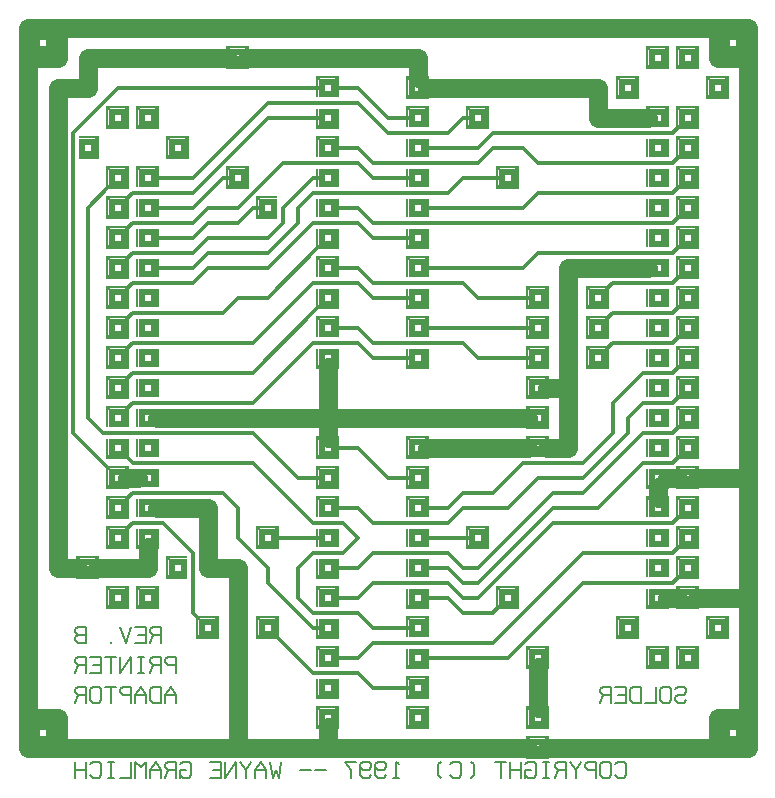
<source format=gbl>
%MOIN*%
%FSLAX23Y23*%
%ADD10C,.012*%
%ADD11C,.062*%
%ADD12C,.050X.024*%
%ADD13R,.062X.062X.024*%
%ADD14C,.016*%
%ADD15R,.008X.062*%
%ADD16R,.062X.008*%
%ADD17C,.008*%
%LPD*%
G90*X0Y0D02*X150Y150D02*D11*X50D01*Y250D01*       
X150D01*Y150D01*X750D01*X1050D01*X1719D01*D13*    
X1750D03*D14*X1781Y181D03*Y119D03*X1719Y181D03*   
Y119D03*D15*X1785Y150D03*X1715D03*D16*            
X1750Y185D03*Y115D03*X1781Y150D02*D11*X2350D01*   
X2450D01*Y250D01*X2350D01*Y150D01*D13*            
X2400Y200D03*X2450Y250D02*D11*Y650D01*X2281D01*   
D13*X2250D03*D14*X2281Y681D03*Y619D03*            
X2219Y681D03*Y619D03*D15*X2285Y650D03*X2215D03*   
D16*X2250Y685D03*Y615D03*X2219Y650D02*D11*        
X2181D01*D13*X2150D03*D14*X2181Y619D03*X2119D03*  
D15*X2185Y650D03*X2115D03*D16*X2150Y615D03*       
X2200Y700D02*D10*X1900D01*X1650Y450D01*X1381D01*  
D13*X1350D03*D14*X1381Y419D03*X1319D03*D15*       
X1385Y450D03*X1315D03*D16*X1350Y415D03*D13*       
Y550D03*D14*X1381Y581D03*X1319D03*D15*            
X1385Y550D03*X1315D03*D16*X1350Y585D03*           
X1319Y550D02*D10*X1200D01*X1150Y600D01*X1000D01*  
X950Y650D01*Y750D01*X1000Y800D01*X1100D01*        
X1150Y850D01*X1100Y900D01*X1000D01*X800Y1100D01*  
X400D01*X381Y1119D01*D13*X350Y1150D03*D14*        
X381Y1119D03*X319D03*D15*X385Y1150D03*X315D03*D16*
X350Y1115D03*X300Y1200D02*D10*X800D01*            
X950Y1050D01*X1019D01*D13*X1050D03*D14*           
X1081Y1081D03*Y1019D03*X1019Y1081D03*Y1019D03*D15*
X1085Y1050D03*X1015D03*D16*X1050Y1085D03*Y1015D03*
X1150Y950D02*D10*X1200Y900D01*X1450D01*           
X1500Y950D01*X1650D01*X1750Y1050D01*X1900D01*     
X2050Y1200D01*Y1250D01*X2100Y1300D01*X2200D01*    
X2219Y1319D01*D13*X2250Y1350D03*D14*X2281Y1381D03*
Y1319D03*X2219Y1381D03*Y1319D03*D15*X2285Y1350D03*
X2215D03*D16*X2250Y1385D03*Y1315D03*X2200Y1400D02*
D10*X2100D01*X2000Y1300D01*Y1200D01*X1900Y1100D01*
X1700D01*X1600Y1000D01*X1500D01*X1450Y950D01*     
X1381D01*D13*X1350D03*D14*X1381Y981D03*X1319D03*  
D15*X1385Y950D03*X1315D03*D16*X1350Y985D03*       
X1250Y1050D02*D10*X1319D01*D13*X1350D03*D14*      
X1381Y1081D03*Y1019D03*X1319Y1081D03*Y1019D03*D15*
X1385Y1050D03*X1315D03*D16*X1350Y1085D03*Y1015D03*
D13*Y1150D03*D14*X1381Y1181D03*Y1119D03*          
X1319Y1181D03*Y1119D03*D15*X1385Y1150D03*X1315D03*
D16*X1350Y1185D03*Y1115D03*X1381Y1150D02*D11*     
X1719D01*D13*X1750D03*D14*X1781Y1181D03*X1719D03* 
D15*X1785Y1150D03*X1715D03*D16*X1750Y1185D03*     
X1781Y1150D02*D11*X1850D01*Y1350D01*X1781D01*D13* 
X1750D03*D14*X1781Y1381D03*Y1319D03*X1719Y1381D03*
Y1319D03*D15*X1785Y1350D03*X1715D03*D16*          
X1750Y1385D03*Y1315D03*X1850Y1350D02*D11*Y1750D01*
X2119D01*D13*X2150D03*D15*X2185D03*X2115D03*      
X2200Y1700D02*D10*X2000D01*X1981Y1681D01*D13*     
X1950Y1650D03*D14*X1981Y1681D03*Y1619D03*         
X1919Y1681D03*Y1619D03*D15*X1985Y1650D03*X1915D03*
D16*X1950Y1685D03*Y1615D03*X2000Y1600D02*D10*     
X1981Y1581D01*D13*X1950Y1550D03*D14*X1981Y1581D03*
Y1519D03*X1919Y1581D03*Y1519D03*D15*X1985Y1550D03*
X1915D03*D16*X1950Y1585D03*Y1515D03*X2000Y1500D02*
D10*X1981Y1481D01*D13*X1950Y1450D03*D14*          
X1981Y1481D03*Y1419D03*X1919Y1481D03*Y1419D03*D15*
X1985Y1450D03*X1915D03*D16*X1950Y1485D03*Y1415D03*
X2000Y1500D02*D10*X2200D01*X2219Y1519D01*D13*     
X2250Y1550D03*D14*X2281Y1581D03*Y1519D03*         
X2219Y1581D03*Y1519D03*D15*X2285Y1550D03*X2215D03*
D16*X2250Y1585D03*Y1515D03*X2200Y1600D02*D10*     
X2000D01*D13*X2150Y1450D03*D15*X2185D03*X2115D03* 
D13*X2150Y1550D03*D15*X2185D03*X2115D03*D13*      
X2150Y1650D03*D15*X2185D03*X2115D03*X2200Y1400D02*
D10*X2219Y1419D01*D13*X2250Y1450D03*D14*          
X2281Y1481D03*Y1419D03*X2219Y1481D03*Y1419D03*D15*
X2285Y1450D03*X2215D03*D16*X2250Y1485D03*Y1415D03*
D13*X2150Y1350D03*D15*X2185D03*X2115D03*          
X2200Y1600D02*D10*X2219Y1619D01*D13*X2250Y1650D03*
D14*X2281Y1681D03*Y1619D03*X2219Y1681D03*Y1619D03*
D15*X2285Y1650D03*X2215D03*D16*X2250Y1685D03*     
Y1615D03*X2200Y1700D02*D10*X2219Y1719D01*D13*     
X2250Y1750D03*D14*X2281Y1781D03*Y1719D03*         
X2219Y1781D03*Y1719D03*D15*X2285Y1750D03*X2215D03*
D16*X2250Y1785D03*Y1715D03*X2200Y1800D02*D10*     
X1750D01*X1700Y1750D01*X1381D01*D13*X1350D03*D14* 
X1381Y1781D03*X1319D03*D15*X1385Y1750D03*X1315D03*
D16*X1350Y1785D03*D13*Y1850D03*D14*X1381Y1819D03* 
X1319D03*D15*X1385Y1850D03*X1315D03*D16*          
X1350Y1815D03*X1319Y1850D02*D10*X1200D01*         
X1150Y1900D01*X1000D01*X850Y1750D01*X650D01*      
X600Y1700D01*X400D01*X381Y1681D01*D13*            
X350Y1650D03*D14*X381Y1681D03*Y1619D03*           
X319Y1681D03*Y1619D03*D15*X385Y1650D03*X315D03*   
D16*X350Y1685D03*Y1615D03*X400Y1600D02*D10*       
X381Y1581D01*D13*X350Y1550D03*D14*X381Y1581D03*   
Y1519D03*X319Y1581D03*Y1519D03*D15*X385Y1550D03*  
X315D03*D16*X350Y1585D03*Y1515D03*X400Y1500D02*   
D10*X381Y1481D01*D13*X350Y1450D03*D14*            
X381Y1481D03*Y1419D03*X319Y1481D03*Y1419D03*D15*  
X385Y1450D03*X315D03*D16*X350Y1485D03*Y1415D03*   
X400Y1400D02*D10*X381Y1381D01*D13*X350Y1350D03*   
D14*X381Y1381D03*Y1319D03*X319Y1381D03*Y1319D03*  
D15*X385Y1350D03*X315D03*D16*X350Y1385D03*        
Y1315D03*X400Y1300D02*D10*X381Y1281D01*D13*       
X350Y1250D03*D14*X381Y1281D03*X319D03*D15*        
X385Y1250D03*X315D03*D16*X350Y1285D03*            
X400Y1300D02*D10*X800D01*X1000Y1500D01*X1150D01*  
X1200Y1450D01*X1319D01*D13*X1350D03*D14*          
X1381Y1419D03*X1319D03*D15*X1385Y1450D03*X1315D03*
D16*X1350Y1415D03*D13*Y1550D03*D14*X1381Y1581D03* 
X1319D03*D15*X1385Y1550D03*X1315D03*D16*          
X1350Y1585D03*X1381Y1550D02*D10*X1719D01*D13*     
X1750D03*D14*X1781Y1581D03*Y1519D03*X1719Y1581D03*
Y1519D03*D15*X1785Y1550D03*X1715D03*D16*          
X1750Y1585D03*Y1515D03*D13*Y1650D03*D14*          
X1781Y1681D03*Y1619D03*X1719Y1681D03*Y1619D03*D15*
X1785Y1650D03*X1715D03*D16*X1750Y1685D03*Y1615D03*
X1719Y1650D02*D10*X1550D01*X1500Y1700D01*X1200D01*
X1150Y1750D01*X1081D01*D13*X1050D03*D14*          
X1081Y1781D03*X1019D03*D15*X1085Y1750D03*X1015D03*
D16*X1050Y1785D03*X1000Y1700D02*D10*X800Y1500D01* 
X400D01*D13*X450Y1450D03*D15*X485D03*X415D03*D13* 
X450Y1550D03*D15*X485D03*X415D03*X400Y1600D02*D10*
X700D01*X750Y1650D01*X850D01*X1019Y1819D01*D13*   
X1050Y1850D03*D14*X1081Y1819D03*X1019D03*D15*     
X1085Y1850D03*X1015D03*D16*X1050Y1815D03*         
X1150Y1950D02*D10*X1200Y1900D01*X2200D01*         
X2219Y1919D01*D13*X2250Y1950D03*D14*X2281Y1981D03*
Y1919D03*X2219Y1981D03*Y1919D03*D15*X2285Y1950D03*
X2215D03*D16*X2250Y1985D03*Y1915D03*X2200Y2000D02*
D10*X1750D01*X1700Y1950D01*X1381D01*D13*X1350D03* 
D15*X1385D03*X1315D03*D13*X1350Y2050D03*D15*      
X1385D03*X1315D03*X1319D02*D10*X1200D01*          
X1150Y2100D01*X900D01*X750Y1950D01*X650D01*       
X600Y1900D01*X400D01*X381Y1881D01*D13*            
X350Y1850D03*D14*X381Y1881D03*Y1819D03*           
X319Y1881D03*Y1819D03*D15*X385Y1850D03*X315D03*   
D16*X350Y1885D03*Y1815D03*X400Y1800D02*D10*       
X381Y1781D01*D13*X350Y1750D03*D14*X381Y1781D03*   
Y1719D03*X319Y1781D03*Y1719D03*D15*X385Y1750D03*  
X315D03*D16*X350Y1785D03*Y1715D03*X400Y1800D02*   
D10*X600D01*X650Y1850D01*X850D01*X900Y1900D01*    
Y1950D01*X1000Y2050D01*X1019D01*D13*X1050D03*D15* 
X1085D03*X1015D03*X1000Y2000D02*D10*X950Y1950D01* 
Y1900D01*X850Y1800D01*X650D01*X600Y1750D01*       
X481D01*D13*X450D03*D15*X485D03*X415D03*D13*      
X450Y1850D03*D15*X485D03*X415D03*X481D02*D10*     
X600D01*X650Y1900D01*X750D01*X800Y1950D01*X819D01*
D13*X850D03*D14*X819Y1981D03*Y1919D03*D15*        
X815Y1950D03*D16*X850Y1985D03*Y1915D03*D13*       
X750Y2050D03*D14*X781Y2081D03*Y2019D03*           
X719Y2081D03*Y2019D03*D15*X785Y2050D03*X715D03*   
D16*X750Y2085D03*Y2015D03*X719Y2050D02*D10*       
X700D01*X600Y1950D01*X481D01*D13*X450D03*D15*     
X485D03*X415D03*X400Y2000D02*D10*X381Y1981D01*D13*
X350Y1950D03*D14*X381Y1981D03*Y1919D03*           
X319Y1981D03*Y1919D03*D15*X385Y1950D03*X315D03*   
D16*X350Y1985D03*Y1915D03*X400Y2000D02*D10*       
X600D01*X850Y2250D01*X1019D01*D13*X1050D03*D14*   
X1081Y2219D03*X1019D03*D15*X1085Y2250D03*X1015D03*
D16*X1050Y2215D03*X1150Y2150D02*D10*X1200Y2100D01*
X1550D01*X1600Y2150D01*X1700D01*X1750Y2100D01*    
X2200D01*X2219Y2119D01*D13*X2250Y2150D03*D14*     
X2281Y2181D03*Y2119D03*X2219Y2181D03*Y2119D03*D15*
X2285Y2150D03*X2215D03*D16*X2250Y2185D03*Y2115D03*
X2200Y2200D02*D10*X1600D01*X1550Y2150D01*X1381D01*
D13*X1350D03*D15*X1385D03*X1315D03*X1250Y2250D02* 
D10*X1319D01*D13*X1350D03*D14*X1381Y2281D03*      
X1319D03*D15*X1385Y2250D03*X1315D03*D16*          
X1350Y2285D03*X1450Y2200D02*D10*X1250D01*         
X1150Y2300D01*X850D01*X600Y2050D01*X481D01*D13*   
X450D03*D14*X481Y2081D03*X419D03*D15*X485Y2050D03*
X415D03*D16*X450Y2085D03*D13*X550Y2150D03*D14*    
X581Y2181D03*Y2119D03*X519Y2181D03*Y2119D03*D15*  
X585Y2150D03*X515D03*D16*X550Y2185D03*Y2115D03*   
D13*X350Y2050D03*D14*X381Y2081D03*Y2019D03*       
X319Y2081D03*Y2019D03*D15*X385Y2050D03*X315D03*   
D16*X350Y2085D03*Y2015D03*X319Y2019D02*D10*       
X250Y1950D01*Y1250D01*X300Y1200D01*X200D02*       
X319Y1081D01*D13*X350Y1050D03*D14*X381Y1081D03*   
Y1019D03*X319Y1081D03*Y1019D03*D15*X385Y1050D03*  
X315D03*D16*X350Y1085D03*Y1015D03*X381Y1050D02*   
D11*X419D01*D13*X450D03*D15*X485D03*X415D03*      
X400Y1000D02*D10*X381Y981D01*D13*X350Y950D03*D14* 
X381Y981D03*Y919D03*X319Y981D03*Y919D03*D15*      
X385Y950D03*X315D03*D16*X350Y985D03*Y915D03*      
X400Y900D02*D10*X381Y881D01*D13*X350Y850D03*D14*  
X381Y881D03*Y819D03*X319Y881D03*Y819D03*D15*      
X385Y850D03*X315D03*D16*X350Y885D03*Y815D03*      
X400Y900D02*D10*X500D01*X600Y800D01*Y600D01*      
X619Y581D01*D13*X650Y550D03*D14*X681Y581D03*      
Y519D03*X619Y581D03*Y519D03*D15*X685Y550D03*      
X615D03*D16*X650Y585D03*Y515D03*X850Y750D02*D10*  
Y700D01*X1000Y550D01*X1019D01*D13*X1050D03*D14*   
X1081Y519D03*X1019D03*D15*X1085Y550D03*X1015D03*  
D16*X1050Y515D03*X1150Y450D02*D10*X1081D01*D13*   
X1050D03*D14*X1081Y481D03*X1019D03*D15*           
X1085Y450D03*X1015D03*D16*X1050Y485D03*           
X1000Y400D02*D10*X1150D01*X1200Y350D01*X1319D01*  
D13*X1350D03*D14*X1381Y381D03*Y319D03*            
X1319Y381D03*Y319D03*D15*X1385Y350D03*X1315D03*   
D16*X1350Y385D03*Y315D03*D13*Y250D03*D14*         
X1381Y281D03*Y219D03*X1319Y281D03*Y219D03*D15*    
X1385Y250D03*X1315D03*D16*X1350Y285D03*Y215D03*   
X1200Y500D02*D10*X1150Y450D01*X1200Y500D02*       
X1600D01*X1900Y800D01*X2200D01*X2219Y819D01*D13*  
X2250Y850D03*D14*X2281Y881D03*Y819D03*            
X2219Y881D03*Y819D03*D15*X2285Y850D03*X2215D03*   
D16*X2250Y885D03*Y815D03*X2200Y900D02*D10*        
X1800D01*X1550Y650D01*X1500D01*X1450Y700D01*      
X1200D01*X1150Y650D01*X1081D01*D13*X1050D03*D14*  
X1081Y681D03*X1019D03*D15*X1085Y650D03*X1015D03*  
D16*X1050Y685D03*X1150Y750D02*D10*X1081D01*D13*   
X1050D03*D14*X1081Y719D03*X1019D03*D15*           
X1085Y750D03*X1015D03*D16*X1050Y715D03*           
X1150Y750D02*D10*X1200Y800D01*X1450D01*           
X1500Y750D01*X1550D01*X1800Y1000D01*X1900D01*     
X2100Y1200D01*X2200D01*X2219Y1219D01*D13*         
X2250Y1250D03*D14*X2281Y1281D03*Y1219D03*         
X2219Y1281D03*Y1219D03*D15*X2285Y1250D03*X2215D03*
D16*X2250Y1285D03*Y1215D03*D13*X2150Y1150D03*D15* 
X2185D03*X2115D03*D13*X2150Y1250D03*D15*X2185D03* 
X2115D03*D13*X2250Y1150D03*D14*X2281Y1181D03*     
Y1119D03*X2219Y1181D03*Y1119D03*D15*X2285Y1150D03*
X2215D03*D16*X2250Y1185D03*Y1115D03*X2219Y1119D02*
D10*X2200Y1100D01*X2100D01*X1950Y950D01*X1800D01* 
X1550Y700D01*X1500D01*X1450Y750D01*X1381D01*D13*  
X1350D03*D15*X1385D03*X1315D03*X1450Y650D02*D10*  
X1500Y600D01*X1600D01*X1619Y619D01*D13*           
X1650Y650D03*D14*X1681Y681D03*Y619D03*            
X1619Y681D03*Y619D03*D15*X1685Y650D03*X1615D03*   
D16*X1650Y685D03*Y615D03*X1450Y650D02*D10*        
X1381D01*D13*X1350D03*D14*X1381Y619D03*X1319D03*  
D15*X1385Y650D03*X1315D03*D16*X1350Y615D03*D13*   
X1550Y850D03*D14*X1581Y881D03*Y819D03*            
X1519Y881D03*Y819D03*D15*X1585Y850D03*X1515D03*   
D16*X1550Y885D03*Y815D03*X1519Y850D02*D10*        
X1381D01*D13*X1350D03*D15*X1385D03*X1315D03*      
X1150Y950D02*D10*X1081D01*D13*X1050D03*D14*       
X1081Y981D03*X1019D03*D15*X1085Y950D03*X1015D03*  
D16*X1050Y985D03*D13*Y850D03*D15*X1085D03*        
X1015D03*X1019D02*D10*X881D01*D13*X850D03*D14*    
X881Y881D03*Y819D03*X819Y881D03*Y819D03*D15*      
X885Y850D03*X815D03*D16*X850Y885D03*Y815D03*      
X750Y950D02*D10*Y850D01*X850Y750D01*X750D02*D11*  
Y150D01*X1000Y400D02*D10*X881Y519D01*D13*         
X850Y550D03*D14*X881Y581D03*Y519D03*X819Y581D03*  
Y519D03*D15*X885Y550D03*X815D03*D16*X850Y585D03*  
Y515D03*D13*X1050Y350D03*D14*X1081Y319D03*        
X1019D03*D15*X1085Y350D03*X1015D03*D16*           
X1050Y315D03*X650Y750D02*D11*X750D01*X650D02*     
Y950D01*X481D01*D13*X450D03*D15*X485D03*X415D03*  
X400Y1000D02*D10*X700D01*X750Y950D01*D13*         
X550Y750D03*D14*X519Y781D03*Y719D03*D15*          
X515Y750D03*D16*X550Y785D03*Y715D03*X1050Y1250D02*
D11*Y1181D01*D13*Y1150D03*D14*X1081Y1181D03*      
Y1119D03*X1019Y1181D03*Y1119D03*D15*X1085Y1150D03*
X1015D03*D16*X1050Y1185D03*Y1115D03*X1081Y1150D02*
D10*X1150D01*X1250Y1050D01*X1050Y1250D02*D11*     
X481D01*D13*X450D03*D15*X485D03*X415D03*D13*      
X450Y1350D03*D15*X485D03*X415D03*D13*X450Y1150D03*
D15*X485D03*X415D03*X400Y1400D02*D10*X800D01*     
X1019Y1619D01*D13*X1050Y1650D03*D14*X1081Y1619D03*
X1019D03*D15*X1085Y1650D03*X1015D03*D16*          
X1050Y1615D03*X1000Y1700D02*D10*X1150D01*         
X1200Y1650D01*X1319D01*D13*X1350D03*D14*          
X1381Y1619D03*X1319D03*D15*X1385Y1650D03*X1315D03*
D16*X1350Y1615D03*X1500Y1500D02*D10*X1550Y1450D01*
X1719D01*D13*X1750D03*D14*X1781Y1481D03*Y1419D03* 
X1719Y1481D03*Y1419D03*D15*X1785Y1450D03*X1715D03*
D16*X1750Y1485D03*Y1415D03*D13*Y1250D03*D14*      
X1781Y1281D03*Y1219D03*X1719Y1281D03*Y1219D03*D15*
X1785Y1250D03*X1715D03*D16*X1750Y1285D03*Y1215D03*
X1719Y1250D02*D11*X1050D01*Y1419D01*D13*Y1450D03* 
D14*X1081Y1419D03*X1019D03*D15*X1085Y1450D03*     
X1015D03*D16*X1050Y1415D03*X1150Y1550D02*D10*     
X1200Y1500D01*X1500D01*X1150Y1550D02*X1081D01*D13*
X1050D03*D14*X1081Y1581D03*X1019D03*D15*          
X1085Y1550D03*X1015D03*D16*X1050Y1585D03*         
X1150Y1950D02*D10*X1081D01*D13*X1050D03*D15*      
X1085D03*X1015D03*X1000Y2000D02*D10*X1450D01*     
X1500Y2050D01*X1619D01*D13*X1650D03*D14*          
X1681Y2081D03*Y2019D03*X1619Y2081D03*Y2019D03*D15*
X1685Y2050D03*X1615D03*D16*X1650Y2085D03*Y2015D03*
X1450Y2200D02*D10*X1500Y2250D01*X1519D01*D13*     
X1550D03*D14*X1581Y2281D03*Y2219D03*X1519Y2281D03*
Y2219D03*D15*X1585Y2250D03*X1515D03*D16*          
X1550Y2285D03*Y2215D03*X1350Y2450D02*D11*Y2381D01*
D13*Y2350D03*D14*X1381Y2381D03*Y2319D03*          
X1319Y2381D03*Y2319D03*D15*X1385Y2350D03*X1315D03*
D16*X1350Y2385D03*Y2315D03*X1381Y2350D02*D11*     
X1950D01*Y2250D01*X2119D01*D13*X2150D03*D14*      
X2181Y2281D03*X2119D03*D15*X2185Y2250D03*X2115D03*
D16*X2150Y2285D03*X2200Y2200D02*D10*X2219Y2219D01*
D13*X2250Y2250D03*D14*X2281Y2281D03*Y2219D03*     
X2219Y2281D03*Y2219D03*D15*X2285Y2250D03*X2215D03*
D16*X2250Y2285D03*Y2215D03*D13*X2350Y2350D03*D14* 
X2381Y2381D03*Y2319D03*X2319Y2381D03*Y2319D03*D15*
X2385Y2350D03*X2315D03*D16*X2350Y2385D03*Y2315D03*
D13*X2150Y2150D03*D15*X2185D03*X2115D03*          
X2450Y2450D02*D11*Y1050D01*Y650D01*D13*           
X2350Y550D03*D14*X2381Y581D03*Y519D03*            
X2319Y581D03*Y519D03*D15*X2385Y550D03*X2315D03*   
D16*X2350Y585D03*Y515D03*D13*X2250Y450D03*D14*    
X2281Y481D03*Y419D03*X2219Y481D03*Y419D03*D15*    
X2285Y450D03*X2215D03*D16*X2250Y485D03*Y415D03*   
D13*Y750D03*D14*X2281Y781D03*Y719D03*X2219Y781D03*
Y719D03*D15*X2285Y750D03*X2215D03*D16*            
X2250Y785D03*Y715D03*X2219Y719D02*D10*            
X2200Y700D01*D13*X2150Y750D03*D15*X2185D03*       
X2115D03*D13*X2050Y550D03*D14*X2081Y581D03*       
Y519D03*X2019Y581D03*Y519D03*D15*X2085Y550D03*    
X2015D03*D16*X2050Y585D03*Y515D03*D13*            
X2150Y850D03*D15*X2185D03*X2115D03*X2200Y900D02*  
D10*X2219Y919D01*D13*X2250Y950D03*D14*            
X2281Y981D03*Y919D03*X2219Y981D03*Y919D03*D15*    
X2285Y950D03*X2215D03*D16*X2250Y985D03*Y915D03*   
D13*X2150Y1050D03*D14*X2181Y1019D03*X2119D03*D15* 
X2185Y1050D03*X2115D03*D16*X2150Y1015D03*Y1019D02*
D11*Y981D01*D13*Y950D03*D14*X2181Y981D03*X2119D03*
D15*X2185Y950D03*X2115D03*D16*X2150Y985D03*D13*   
X2250Y1050D03*D14*X2281Y1081D03*Y1019D03*         
X2219Y1081D03*Y1019D03*D15*X2285Y1050D03*X2215D03*
D16*X2250Y1085D03*Y1015D03*X2219Y1050D02*D11*     
X2181D01*X2281D02*X2450D01*D13*X2150Y450D03*D14*  
X2181Y481D03*Y419D03*X2119Y481D03*Y419D03*D15*    
X2185Y450D03*X2115D03*D16*X2150Y485D03*Y415D03*   
D13*X1750Y450D03*D14*X1781Y481D03*Y419D03*        
X1719Y481D03*Y419D03*D15*X1785Y450D03*X1715D03*   
D16*X1750Y485D03*Y415D03*Y419D02*D11*Y281D01*D13* 
Y250D03*D14*X1781Y281D03*Y219D03*X1719Y281D03*    
Y219D03*D15*X1785Y250D03*X1715D03*D16*            
X1750Y285D03*Y215D03*X2209Y345D02*D17*            
X2218Y354D01*X2236D01*X2245Y345D01*Y336D01*       
X2236Y327D01*X2218D01*X2209Y318D01*Y309D01*       
X2218Y300D01*X2236D01*X2245Y309D01*X2159D02*      
X2168Y300D01*X2186D01*X2195Y309D01*Y345D01*       
X2186Y354D01*X2168D01*X2159Y345D01*Y309D01*       
X2145Y354D02*Y300D01*X2109D01*X2095D02*Y354D01*   
X2068D01*X2059Y345D01*Y309D01*X2068Y300D01*       
X2095D01*X2009D02*X2045D01*Y354D01*X2009D01*      
X2045Y327D02*X2018D01*X1995Y300D02*Y354D01*       
X1968D01*X1959Y345D01*Y336D01*X1968Y327D01*       
X1995D01*X1968D02*X1959Y300D01*D13*X1050Y250D03*  
D14*X1081Y281D03*Y219D03*X1019Y281D03*Y219D03*D15*
X1085Y250D03*X1015D03*D16*X1050Y285D03*Y215D03*   
Y219D02*D11*Y150D01*X450Y750D02*X281D01*D13*      
X250D03*D14*X281Y781D03*Y719D03*X219Y781D03*      
Y719D03*D15*X285Y750D03*X215D03*D16*X250Y785D03*  
Y715D03*X219Y750D02*D11*X150D01*Y2350D01*X250D01* 
Y2450D01*X719D01*D13*X750D03*D14*X781Y2481D03*    
Y2419D03*X719Y2481D03*Y2419D03*D15*X785Y2450D03*  
X715D03*D16*X750Y2485D03*Y2415D03*X781Y2450D02*   
D11*X1350D01*X1250Y2250D02*D10*X1150Y2350D01*     
X1081D01*D13*X1050D03*D14*X1081Y2381D03*X1019D03* 
D15*X1085Y2350D03*X1015D03*D16*X1050Y2385D03*     
X1019Y2350D02*D10*X350D01*X200Y2200D01*Y1200D01*  
D13*X450Y850D03*D14*X481Y819D03*X419D03*D15*      
X485Y850D03*X415D03*D16*X450Y815D03*Y819D02*D11*  
Y750D01*D13*X350Y650D03*D14*X381Y681D03*Y619D03*  
X319Y681D03*Y619D03*D15*X385Y650D03*X315D03*D16*  
X350Y685D03*Y615D03*D13*X450Y650D03*D14*          
X481Y681D03*Y619D03*X419Y681D03*Y619D03*D15*      
X485Y650D03*X415D03*D16*X450Y685D03*Y615D03*      
X495Y500D02*D17*Y554D01*X468D01*X459Y545D01*      
Y536D01*X468Y527D01*X495D01*X468D02*X459Y500D01*  
X409D02*X445D01*Y554D01*X409D01*X445Y527D02*      
X418D01*X395Y554D02*X377Y500D01*X359Y554D01*      
X327Y500D03*X245D02*Y554D01*X218D01*X209Y545D01*  
Y536D01*X218Y527D01*X209Y518D01*Y509D01*          
X218Y500D01*X245D01*Y527D02*X218D01*X545Y400D02*  
Y454D01*X518D01*X509Y445D01*Y436D01*X518Y427D01*  
X545D01*X495Y400D02*Y454D01*X468D01*X459Y445D01*  
Y436D01*X468Y427D01*X495D01*X468D02*X459Y400D01*  
X427D02*Y454D01*X436Y400D02*X418D01*X436Y454D02*  
X418D01*X395Y400D02*Y454D01*X359Y400D01*Y454D01*  
X327Y400D02*Y454D01*X345D02*X309D01*X259Y400D02*  
X295D01*Y454D01*X259D01*X295Y427D02*X268D01*      
X245Y400D02*Y454D01*X218D01*X209Y445D01*Y436D01*  
X218Y427D01*X245D01*X218D02*X209Y400D01*          
X545Y300D02*Y327D01*X527Y354D01*X509Y327D01*      
Y300D01*X545Y327D02*X509D01*X495Y300D02*Y354D01*  
X468D01*X459Y345D01*Y309D01*X468Y300D01*X495D01*  
X445D02*Y327D01*X427Y354D01*X409Y327D01*Y300D01*  
X445Y327D02*X409D01*X395Y300D02*Y354D01*X368D01*  
X359Y345D01*Y336D01*X368Y327D01*X395D01*          
X327Y300D02*Y354D01*X345D02*X309D01*X259Y309D02*  
X268Y300D01*X286D01*X295Y309D01*Y345D01*          
X286Y354D01*X268D01*X259Y345D01*Y309D01*          
X245Y300D02*Y354D01*X218D01*X209Y345D01*Y336D01*  
X218Y327D01*X245D01*X218D02*X209Y300D01*          
X50Y250D02*D11*Y2450D01*X150D01*Y2550D01*X50D01*  
Y2450D01*D13*X100Y2500D03*X150Y2550D02*D11*       
X2350D01*Y2450D01*X2450D01*Y2550D01*X2350D01*D13* 
X2400Y2500D03*X2250Y2450D03*D14*X2281Y2481D03*    
Y2419D03*X2219Y2481D03*Y2419D03*D15*X2285Y2450D03*
X2215D03*D16*X2250Y2485D03*Y2415D03*D13*          
X2150Y2450D03*D14*X2181Y2481D03*Y2419D03*         
X2119Y2481D03*Y2419D03*D15*X2185Y2450D03*X2115D03*
D16*X2150Y2485D03*Y2415D03*D13*X2050Y2350D03*D14* 
X2081Y2381D03*Y2319D03*X2019Y2381D03*Y2319D03*D15*
X2085Y2350D03*X2015D03*D16*X2050Y2385D03*Y2315D03*
D13*X2150Y2050D03*D15*X2185D03*X2115D03*D13*      
X2250D03*D14*X2281Y2081D03*Y2019D03*X2219Y2081D03*
Y2019D03*D15*X2285Y2050D03*X2215D03*D16*          
X2250Y2085D03*Y2015D03*X2219Y2019D02*D10*         
X2200Y2000D01*D13*X2150Y1950D03*D15*X2185D03*     
X2115D03*D13*X2150Y1850D03*D15*X2185D03*X2115D03* 
D13*X2250D03*D14*X2281Y1881D03*Y1819D03*          
X2219Y1881D03*Y1819D03*D15*X2285Y1850D03*X2215D03*
D16*X2250Y1885D03*Y1815D03*X2219Y1819D02*D10*     
X2200Y1800D01*X1150Y2150D02*X1081D01*D13*X1050D03*
D14*X1081Y2181D03*X1019D03*D15*X1085Y2150D03*     
X1015D03*D16*X1050Y2185D03*D13*X450Y2250D03*D14*  
X481Y2281D03*Y2219D03*X419Y2281D03*Y2219D03*D15*  
X485Y2250D03*X415D03*D16*X450Y2285D03*Y2215D03*   
D13*Y1650D03*D15*X485D03*X415D03*D13*X350Y2250D03*
D14*X381Y2281D03*Y2219D03*X319Y2281D03*Y2219D03*  
D15*X385Y2250D03*X315D03*D16*X350Y2285D03*        
Y2215D03*D13*X250Y2150D03*D14*X281Y2181D03*       
Y2119D03*D15*X285Y2150D03*D16*X250Y2185D03*       
Y2115D03*X495Y500D02*D17*Y554D01*X468D01*         
X459Y545D01*Y536D01*X468Y527D01*X495D01*X468D02*  
X459Y500D01*X409D02*X445D01*Y554D01*X409D01*      
X445Y527D02*X418D01*X395Y554D02*X377Y500D01*      
X359Y554D01*X327Y500D03*X245D02*Y554D01*X218D01*  
X209Y545D01*Y536D01*X218Y527D01*X209Y518D01*      
Y509D01*X218Y500D01*X245D01*Y527D02*X218D01*      
X545Y400D02*Y454D01*X518D01*X509Y445D01*Y436D01*  
X518Y427D01*X545D01*X495Y400D02*Y454D01*X468D01*  
X459Y445D01*Y436D01*X468Y427D01*X495D01*X468D02*  
X459Y400D01*X427D02*Y454D01*X436Y400D02*X418D01*  
X436Y454D02*X418D01*X395Y400D02*Y454D01*          
X359Y400D01*Y454D01*X327Y400D02*Y454D01*X345D02*  
X309D01*X259Y400D02*X295D01*Y454D01*X259D01*      
X295Y427D02*X268D01*X245Y400D02*Y454D01*X218D01*  
X209Y445D01*Y436D01*X218Y427D01*X245D01*X218D02*  
X209Y400D01*X545Y300D02*Y327D01*X527Y354D01*      
X509Y327D01*Y300D01*X545Y327D02*X509D01*          
X495Y300D02*Y354D01*X468D01*X459Y345D01*Y309D01*  
X468Y300D01*X495D01*X445D02*Y327D01*X427Y354D01*  
X409Y327D01*Y300D01*X445Y327D02*X409D01*          
X395Y300D02*Y354D01*X368D01*X359Y345D01*Y336D01*  
X368Y327D01*X395D01*X327Y300D02*Y354D01*X345D02*  
X309D01*X259Y309D02*X268Y300D01*X286D01*          
X295Y309D01*Y345D01*X286Y354D01*X268D01*          
X259Y345D01*Y309D01*X245Y300D02*Y354D01*X218D01*  
X209Y345D01*Y336D01*X218Y327D01*X245D01*X218D02*  
X209Y300D01*X2209Y345D02*X2218Y354D01*X2236D01*   
X2245Y345D01*Y336D01*X2236Y327D01*X2218D01*       
X2209Y318D01*Y309D01*X2218Y300D01*X2236D01*       
X2245Y309D01*X2159D02*X2168Y300D01*X2186D01*      
X2195Y309D01*Y345D01*X2186Y354D01*X2168D01*       
X2159Y345D01*Y309D01*X2145Y354D02*Y300D01*        
X2109D01*X2095D02*Y354D01*X2068D01*X2059Y345D01*  
Y309D01*X2068Y300D01*X2095D01*X2009D02*X2045D01*  
Y354D01*X2009D01*X2045Y327D02*X2018D01*           
X1995Y300D02*Y354D01*X1968D01*X1959Y345D01*       
Y336D01*X1968Y327D01*X1995D01*X1968D02*           
X1959Y300D01*D13*X100Y200D03*X2009Y59D02*D17*     
X2018Y50D01*X2036D01*X2045Y59D01*Y95D01*          
X2036Y104D01*X2018D01*X2009Y95D01*X1959Y59D02*    
X1968Y50D01*X1986D01*X1995Y59D01*Y95D01*          
X1986Y104D01*X1968D01*X1959Y95D01*Y59D01*         
X1945Y50D02*Y104D01*X1918D01*X1909Y95D01*Y86D01*  
X1918Y77D01*X1945D01*X1895Y104D02*X1877Y77D01*    
X1859Y104D01*X1877Y77D02*Y50D01*X1845D02*Y104D01* 
X1818D01*X1809Y95D01*Y86D01*X1818Y77D01*X1845D01* 
X1818D02*X1809Y50D01*X1777D02*Y104D01*X1786Y50D02*
X1768D01*X1786Y104D02*X1768D01*X1709Y59D02*       
X1718Y50D01*X1736D01*X1745Y59D01*Y95D01*          
X1736Y104D01*X1718D01*X1709Y95D01*X1727Y77D02*    
X1709D01*Y50D01*X1695D02*Y104D01*X1659Y50D02*     
Y104D01*X1695Y77D02*X1659D01*X1627Y50D02*Y104D01* 
X1645D02*X1609D01*X1527D02*X1536Y95D01*Y59D01*    
X1527Y50D01*X1459Y59D02*X1468Y50D01*X1486D01*     
X1495Y59D01*Y95D01*X1486Y104D01*X1468D01*         
X1459Y95D01*X1427Y104D02*X1418Y95D01*Y59D01*      
X1427Y50D01*X1286Y95D02*X1277Y104D01*Y50D01*      
X1286D02*X1268D01*X1209Y86D02*X1218Y77D01*        
X1236D01*X1245Y86D01*Y95D01*X1236Y104D01*X1218D01*
X1209Y95D01*Y59D01*X1218Y50D01*X1236D01*          
X1245Y59D01*X1159Y86D02*X1168Y77D01*X1186D01*     
X1195Y86D01*Y95D01*X1186Y104D01*X1168D01*         
X1159Y95D01*Y59D01*X1168Y50D01*X1186D01*          
X1195Y59D01*X1145Y104D02*X1109D01*X1127Y77D01*    
Y50D01*X1045Y77D02*X1009D01*X995D02*X959D01*      
X895Y104D02*X886Y50D01*X877Y77D01*X868Y50D01*     
X859Y104D01*X845Y50D02*Y77D01*X827Y104D01*        
X809Y77D01*Y50D01*X845Y77D02*X809D01*X795Y104D02* 
X777Y77D01*X759Y104D01*X777Y77D02*Y50D01*X745D02* 
Y104D01*X709Y50D01*Y104D01*X659Y50D02*X695D01*    
Y104D01*X659D01*X695Y77D02*X668D01*X559Y59D02*    
X568Y50D01*X586D01*X595Y59D01*Y95D01*X586Y104D01* 
X568D01*X559Y95D01*X577Y77D02*X559D01*Y50D01*     
X545D02*Y104D01*X518D01*X509Y95D01*Y86D01*        
X518Y77D01*X545D01*X518D02*X509Y50D01*X495D02*    
Y77D01*X477Y104D01*X459Y77D01*Y50D01*X495Y77D02*  
X459D01*X445Y50D02*Y104D01*X427Y86D01*X409Y104D01*
Y50D01*X395Y104D02*Y50D01*X359D01*X327D02*Y104D01*
X336Y50D02*X318D01*X336Y104D02*X318D01*X259Y59D02*
X268Y50D01*X286D01*X295Y59D01*Y95D01*X286Y104D01* 
X268D01*X259Y95D01*X245Y50D02*Y104D01*X209Y50D02* 
Y104D01*X245Y77D02*X209D01*M02*                   

</source>
